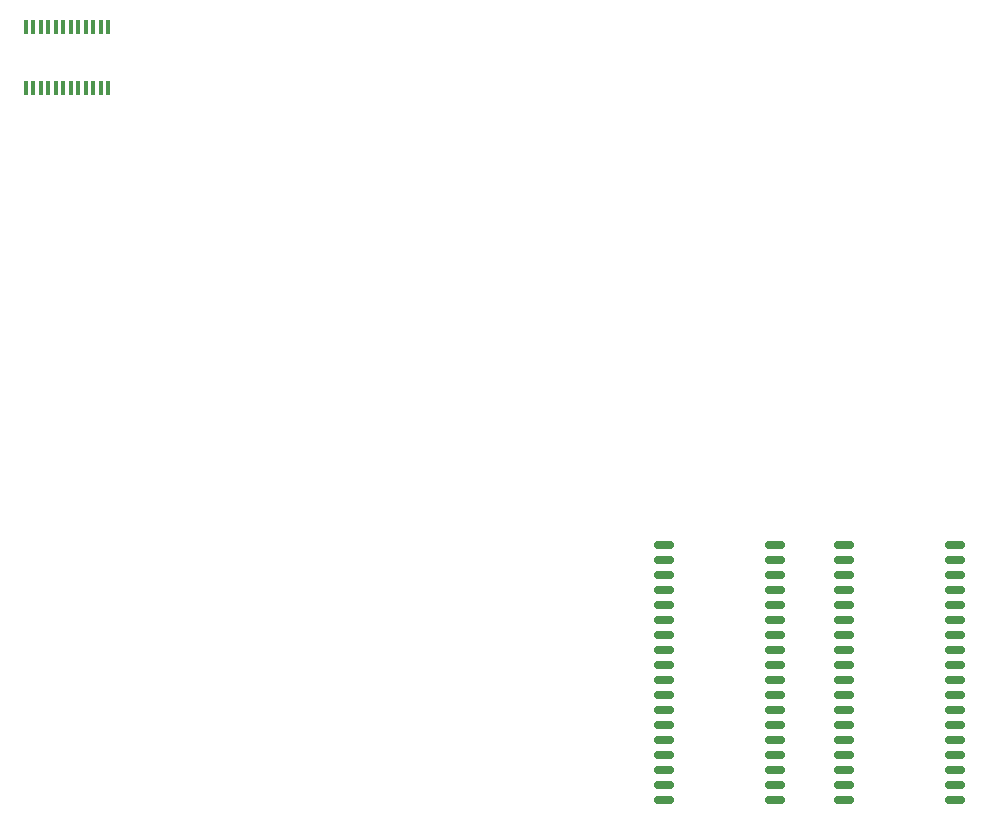
<source format=gbr>
%TF.GenerationSoftware,KiCad,Pcbnew,(6.0.4)*%
%TF.CreationDate,2022-07-11T08:06:56+02:00*%
%TF.ProjectId,65C816_SBC,36354338-3136-45f5-9342-432e6b696361,rev?*%
%TF.SameCoordinates,Original*%
%TF.FileFunction,Paste,Top*%
%TF.FilePolarity,Positive*%
%FSLAX46Y46*%
G04 Gerber Fmt 4.6, Leading zero omitted, Abs format (unit mm)*
G04 Created by KiCad (PCBNEW (6.0.4)) date 2022-07-11 08:06:56*
%MOMM*%
%LPD*%
G01*
G04 APERTURE LIST*
G04 Aperture macros list*
%AMRoundRect*
0 Rectangle with rounded corners*
0 $1 Rounding radius*
0 $2 $3 $4 $5 $6 $7 $8 $9 X,Y pos of 4 corners*
0 Add a 4 corners polygon primitive as box body*
4,1,4,$2,$3,$4,$5,$6,$7,$8,$9,$2,$3,0*
0 Add four circle primitives for the rounded corners*
1,1,$1+$1,$2,$3*
1,1,$1+$1,$4,$5*
1,1,$1+$1,$6,$7*
1,1,$1+$1,$8,$9*
0 Add four rect primitives between the rounded corners*
20,1,$1+$1,$2,$3,$4,$5,0*
20,1,$1+$1,$4,$5,$6,$7,0*
20,1,$1+$1,$6,$7,$8,$9,0*
20,1,$1+$1,$8,$9,$2,$3,0*%
G04 Aperture macros list end*
%ADD10RoundRect,0.150000X-0.700000X-0.150000X0.700000X-0.150000X0.700000X0.150000X-0.700000X0.150000X0*%
%ADD11R,0.400000X1.200000*%
G04 APERTURE END LIST*
D10*
%TO.C,U7*%
X162940000Y-108585000D03*
X162940000Y-109855000D03*
X162940000Y-111125000D03*
X162940000Y-112395000D03*
X162940000Y-113665000D03*
X162940000Y-114935000D03*
X162940000Y-116205000D03*
X162940000Y-117475000D03*
X162940000Y-118745000D03*
X162940000Y-120015000D03*
X162940000Y-121285000D03*
X162940000Y-122555000D03*
X162940000Y-123825000D03*
X162940000Y-125095000D03*
X162940000Y-126365000D03*
X162940000Y-127635000D03*
X162940000Y-128905000D03*
X162940000Y-130175000D03*
X172340000Y-130175000D03*
X172340000Y-128905000D03*
X172340000Y-127635000D03*
X172340000Y-126365000D03*
X172340000Y-125095000D03*
X172340000Y-123825000D03*
X172340000Y-122555000D03*
X172340000Y-121285000D03*
X172340000Y-120015000D03*
X172340000Y-118745000D03*
X172340000Y-117475000D03*
X172340000Y-116205000D03*
X172340000Y-114935000D03*
X172340000Y-113665000D03*
X172340000Y-112395000D03*
X172340000Y-111125000D03*
X172340000Y-109855000D03*
X172340000Y-108585000D03*
%TD*%
%TO.C,U6*%
X178180000Y-108585000D03*
X178180000Y-109855000D03*
X178180000Y-111125000D03*
X178180000Y-112395000D03*
X178180000Y-113665000D03*
X178180000Y-114935000D03*
X178180000Y-116205000D03*
X178180000Y-117475000D03*
X178180000Y-118745000D03*
X178180000Y-120015000D03*
X178180000Y-121285000D03*
X178180000Y-122555000D03*
X178180000Y-123825000D03*
X178180000Y-125095000D03*
X178180000Y-126365000D03*
X178180000Y-127635000D03*
X178180000Y-128905000D03*
X178180000Y-130175000D03*
X187580000Y-130175000D03*
X187580000Y-128905000D03*
X187580000Y-127635000D03*
X187580000Y-126365000D03*
X187580000Y-125095000D03*
X187580000Y-123825000D03*
X187580000Y-122555000D03*
X187580000Y-121285000D03*
X187580000Y-120015000D03*
X187580000Y-118745000D03*
X187580000Y-117475000D03*
X187580000Y-116205000D03*
X187580000Y-114935000D03*
X187580000Y-113665000D03*
X187580000Y-112395000D03*
X187580000Y-111125000D03*
X187580000Y-109855000D03*
X187580000Y-108585000D03*
%TD*%
D11*
%TO.C,U1*%
X108902500Y-69910000D03*
X109537500Y-69910000D03*
X110172500Y-69910000D03*
X110807500Y-69910000D03*
X111442500Y-69910000D03*
X112077500Y-69910000D03*
X112712500Y-69910000D03*
X113347500Y-69910000D03*
X113982500Y-69910000D03*
X114617500Y-69910000D03*
X115252500Y-69910000D03*
X115887500Y-69910000D03*
X115887500Y-64710000D03*
X115252500Y-64710000D03*
X114617500Y-64710000D03*
X113982500Y-64710000D03*
X113347500Y-64710000D03*
X112712500Y-64710000D03*
X112077500Y-64710000D03*
X111442500Y-64710000D03*
X110807500Y-64710000D03*
X110172500Y-64710000D03*
X109537500Y-64710000D03*
X108902500Y-64710000D03*
%TD*%
M02*

</source>
